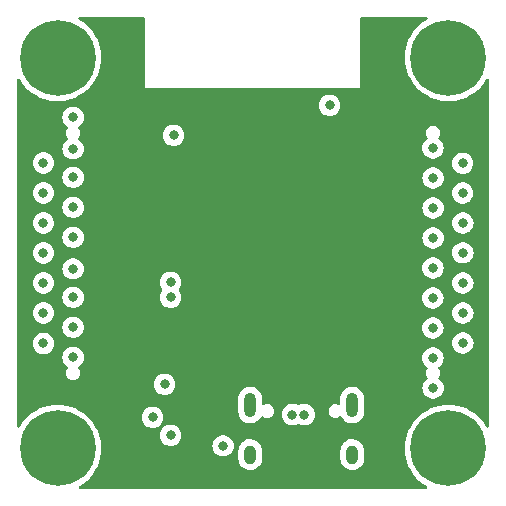
<source format=gbr>
%TF.GenerationSoftware,KiCad,Pcbnew,7.0.1*%
%TF.CreationDate,2023-09-07T21:54:10+09:00*%
%TF.ProjectId,CPU_ESP32S3WROOM,4350555f-4553-4503-9332-533357524f4f,rev?*%
%TF.SameCoordinates,Original*%
%TF.FileFunction,Copper,L2,Inr*%
%TF.FilePolarity,Positive*%
%FSLAX46Y46*%
G04 Gerber Fmt 4.6, Leading zero omitted, Abs format (unit mm)*
G04 Created by KiCad (PCBNEW 7.0.1) date 2023-09-07 21:54:10*
%MOMM*%
%LPD*%
G01*
G04 APERTURE LIST*
%TA.AperFunction,ComponentPad*%
%ADD10O,1.000000X2.100000*%
%TD*%
%TA.AperFunction,ComponentPad*%
%ADD11O,1.000000X1.600000*%
%TD*%
%TA.AperFunction,ComponentPad*%
%ADD12C,0.800000*%
%TD*%
%TA.AperFunction,ComponentPad*%
%ADD13C,6.400000*%
%TD*%
%TA.AperFunction,ViaPad*%
%ADD14C,0.800000*%
%TD*%
G04 APERTURE END LIST*
D10*
%TO.N,GND*%
%TO.C,J1*%
X144410000Y-110730000D03*
D11*
X144410000Y-114910000D03*
D10*
X153050000Y-110730000D03*
D11*
X153050000Y-114910000D03*
%TD*%
D12*
%TO.N,N/C*%
%TO.C,H2*%
X158795000Y-114400000D03*
X159497944Y-112702944D03*
X159497944Y-116097056D03*
X161195000Y-112000000D03*
D13*
X161195000Y-114400000D03*
D12*
X161195000Y-116800000D03*
X162892056Y-112702944D03*
X162892056Y-116097056D03*
X163595000Y-114400000D03*
%TD*%
%TO.N,N/C*%
%TO.C,H4*%
X125695000Y-114400000D03*
X126397944Y-112702944D03*
X126397944Y-116097056D03*
X128095000Y-112000000D03*
D13*
X128095000Y-114400000D03*
D12*
X128095000Y-116800000D03*
X129792056Y-112702944D03*
X129792056Y-116097056D03*
X130495000Y-114400000D03*
%TD*%
%TO.N,N/C*%
%TO.C,H3*%
X125695000Y-81300000D03*
X126397944Y-79602944D03*
X126397944Y-82997056D03*
X128095000Y-78900000D03*
D13*
X128095000Y-81300000D03*
D12*
X128095000Y-83700000D03*
X129792056Y-79602944D03*
X129792056Y-82997056D03*
X130495000Y-81300000D03*
%TD*%
%TO.N,N/C*%
%TO.C,H1*%
X158795000Y-81300000D03*
X159497944Y-79602944D03*
X159497944Y-82997056D03*
X161195000Y-78900000D03*
D13*
X161195000Y-81300000D03*
D12*
X161195000Y-83700000D03*
X162892056Y-79602944D03*
X162892056Y-82997056D03*
X163595000Y-81300000D03*
%TD*%
D14*
%TO.N,GND*%
X151130000Y-85344000D03*
X137668000Y-113284000D03*
%TO.N,+5V*%
X136144000Y-111760000D03*
%TO.N,/EN*%
X137160000Y-108966000D03*
X137922000Y-87884000D03*
%TO.N,/D_+*%
X137668000Y-101600000D03*
%TO.N,/D_-*%
X137668000Y-100330000D03*
%TO.N,+3V3*%
X137922000Y-86614000D03*
%TO.N,/D_+*%
X148979503Y-111530000D03*
%TO.N,/D_-*%
X147980000Y-111530000D03*
%TO.N,GND*%
X159880000Y-88960000D03*
%TO.N,+3V3*%
X159880000Y-86420000D03*
%TO.N,/IO1*%
X162400000Y-90250000D03*
%TO.N,/TXD0*%
X162400000Y-92760000D03*
%TO.N,/IO42*%
X162410000Y-95310000D03*
%TO.N,/IO39*%
X162410000Y-97830000D03*
%TO.N,/IO37*%
X162410000Y-100390000D03*
%TO.N,/IO35*%
X162410000Y-102920000D03*
%TO.N,/IO45*%
X162410000Y-105470000D03*
%TO.N,+5V*%
X159890000Y-109280000D03*
%TO.N,/IO48*%
X159880000Y-106730000D03*
%TO.N,/IO0*%
X159870000Y-104200000D03*
%TO.N,/IO36*%
X159870000Y-101660000D03*
%TO.N,/IO38*%
X159880000Y-99120000D03*
%TO.N,/IO41*%
X159890000Y-96580000D03*
%TO.N,/RXD0*%
X159890000Y-94040000D03*
%TO.N,/IO2*%
X159890000Y-91500000D03*
%TO.N,+3V3*%
X139827000Y-114173000D03*
X129413000Y-109474000D03*
%TO.N,GND*%
X129413000Y-106680000D03*
%TO.N,+5V*%
X142113000Y-114173000D03*
X129413000Y-86360000D03*
%TO.N,/IO6*%
X126898400Y-92760800D03*
%TO.N,/IO7*%
X129413000Y-93980000D03*
%TO.N,/IO8*%
X126898400Y-100380800D03*
%TO.N,/IO3*%
X129413000Y-101600000D03*
%TO.N,/IO46*%
X126898400Y-102920800D03*
%TO.N,/IO9*%
X129413000Y-104140000D03*
%TO.N,/IO10*%
X126898400Y-105511600D03*
%TO.N,/EN*%
X129413000Y-89027000D03*
%TO.N,/IO18*%
X129413000Y-99187000D03*
%TO.N,/IO17*%
X126898400Y-97840800D03*
%TO.N,/IO5*%
X129413000Y-91440000D03*
%TO.N,/IO4*%
X126898400Y-90220800D03*
%TO.N,/IO16*%
X129413000Y-96520000D03*
%TO.N,/IO15*%
X126898400Y-95300800D03*
%TD*%
%TA.AperFunction,Conductor*%
%TO.N,+3V3*%
G36*
X135458000Y-77867113D02*
G01*
X135503387Y-77912500D01*
X135520000Y-77974500D01*
X135520000Y-83890000D01*
X153720000Y-83890000D01*
X153720000Y-77974500D01*
X153736613Y-77912500D01*
X153782000Y-77867113D01*
X153844000Y-77850500D01*
X159297476Y-77850500D01*
X159360597Y-77867768D01*
X159406138Y-77914763D01*
X159421415Y-77978396D01*
X159402172Y-78040944D01*
X159353769Y-78084985D01*
X159342213Y-78090872D01*
X159016919Y-78302121D01*
X158715480Y-78546222D01*
X158441222Y-78820480D01*
X158197121Y-79121919D01*
X157985876Y-79447206D01*
X157809785Y-79792806D01*
X157670785Y-80154913D01*
X157570396Y-80529570D01*
X157509722Y-80912659D01*
X157489422Y-81300000D01*
X157509722Y-81687340D01*
X157570396Y-82070429D01*
X157670785Y-82445086D01*
X157809785Y-82807193D01*
X157985876Y-83152793D01*
X158197121Y-83478080D01*
X158197124Y-83478084D01*
X158441219Y-83779516D01*
X158715484Y-84053781D01*
X159016916Y-84297876D01*
X159016918Y-84297877D01*
X159016919Y-84297878D01*
X159342206Y-84509123D01*
X159687806Y-84685214D01*
X160049913Y-84824214D01*
X160424570Y-84924603D01*
X160616114Y-84954939D01*
X160807662Y-84985278D01*
X161195000Y-85005578D01*
X161582338Y-84985278D01*
X161831686Y-84945785D01*
X161965429Y-84924603D01*
X161965433Y-84924602D01*
X162340087Y-84824214D01*
X162702194Y-84685214D01*
X163047789Y-84509125D01*
X163047788Y-84509125D01*
X163047793Y-84509123D01*
X163210436Y-84403500D01*
X163373084Y-84297876D01*
X163674516Y-84053781D01*
X163948781Y-83779516D01*
X164192876Y-83478084D01*
X164404125Y-83152789D01*
X164404127Y-83152786D01*
X164410015Y-83141231D01*
X164454056Y-83092828D01*
X164516604Y-83073585D01*
X164580237Y-83088862D01*
X164627232Y-83134403D01*
X164644500Y-83197524D01*
X164644500Y-112502476D01*
X164627232Y-112565597D01*
X164580237Y-112611138D01*
X164516604Y-112626415D01*
X164454056Y-112607172D01*
X164410015Y-112558769D01*
X164404127Y-112547213D01*
X164192878Y-112221919D01*
X164161270Y-112182886D01*
X163948781Y-111920484D01*
X163674516Y-111646219D01*
X163373084Y-111402124D01*
X163373082Y-111402123D01*
X163373080Y-111402121D01*
X163047793Y-111190876D01*
X162702193Y-111014785D01*
X162340086Y-110875785D01*
X161965429Y-110775396D01*
X161582340Y-110714722D01*
X161195000Y-110694422D01*
X160807659Y-110714722D01*
X160424570Y-110775396D01*
X160049913Y-110875785D01*
X159687806Y-111014785D01*
X159342206Y-111190876D01*
X159016919Y-111402121D01*
X158715480Y-111646222D01*
X158441222Y-111920480D01*
X158197121Y-112221919D01*
X157985876Y-112547206D01*
X157809785Y-112892806D01*
X157670785Y-113254913D01*
X157570396Y-113629570D01*
X157509722Y-114012659D01*
X157489422Y-114399999D01*
X157509722Y-114787340D01*
X157570396Y-115170429D01*
X157670785Y-115545086D01*
X157809785Y-115907193D01*
X157985876Y-116252793D01*
X158197121Y-116578080D01*
X158197124Y-116578084D01*
X158441219Y-116879516D01*
X158715484Y-117153781D01*
X159016916Y-117397876D01*
X159016918Y-117397877D01*
X159016919Y-117397878D01*
X159342213Y-117609127D01*
X159353769Y-117615015D01*
X159402172Y-117659056D01*
X159421415Y-117721604D01*
X159406138Y-117785237D01*
X159360597Y-117832232D01*
X159297476Y-117849500D01*
X129992524Y-117849500D01*
X129929403Y-117832232D01*
X129883862Y-117785237D01*
X129868585Y-117721604D01*
X129887828Y-117659056D01*
X129936231Y-117615015D01*
X129947786Y-117609127D01*
X129973721Y-117592284D01*
X130273084Y-117397876D01*
X130574516Y-117153781D01*
X130848781Y-116879516D01*
X131092876Y-116578084D01*
X131198500Y-116415436D01*
X131304123Y-116252793D01*
X131430251Y-116005252D01*
X131480214Y-115907194D01*
X131619214Y-115545087D01*
X131695404Y-115260740D01*
X143409500Y-115260740D01*
X143424926Y-115412440D01*
X143455868Y-115511058D01*
X143485841Y-115606588D01*
X143584591Y-115784502D01*
X143717134Y-115938895D01*
X143878042Y-116063448D01*
X144060729Y-116153060D01*
X144257715Y-116204063D01*
X144460936Y-116214369D01*
X144460936Y-116214368D01*
X144460937Y-116214369D01*
X144662071Y-116183556D01*
X144744413Y-116153060D01*
X144852887Y-116112886D01*
X145025571Y-116005252D01*
X145173053Y-115865059D01*
X145289295Y-115698049D01*
X145369540Y-115511058D01*
X145410500Y-115311741D01*
X145410500Y-115260740D01*
X152049500Y-115260740D01*
X152064926Y-115412440D01*
X152095868Y-115511058D01*
X152125841Y-115606588D01*
X152224591Y-115784502D01*
X152357134Y-115938895D01*
X152518042Y-116063448D01*
X152700729Y-116153060D01*
X152897715Y-116204063D01*
X153100936Y-116214369D01*
X153100936Y-116214368D01*
X153100937Y-116214369D01*
X153302071Y-116183556D01*
X153384413Y-116153060D01*
X153492887Y-116112886D01*
X153665571Y-116005252D01*
X153813053Y-115865059D01*
X153929295Y-115698049D01*
X154009540Y-115511058D01*
X154050500Y-115311741D01*
X154050500Y-114559258D01*
X154035074Y-114407562D01*
X153974159Y-114213412D01*
X153875409Y-114035498D01*
X153742866Y-113881105D01*
X153581958Y-113756552D01*
X153581957Y-113756551D01*
X153399272Y-113666940D01*
X153298246Y-113640783D01*
X153202285Y-113615937D01*
X153181670Y-113614891D01*
X152999062Y-113605630D01*
X152797928Y-113636443D01*
X152607113Y-113707113D01*
X152434431Y-113814745D01*
X152364623Y-113881104D01*
X152286947Y-113954941D01*
X152266205Y-113984742D01*
X152170705Y-114121950D01*
X152131455Y-114213412D01*
X152090460Y-114308942D01*
X152070194Y-114407562D01*
X152049500Y-114508261D01*
X152049500Y-115260740D01*
X145410500Y-115260740D01*
X145410500Y-114559258D01*
X145395074Y-114407562D01*
X145334159Y-114213412D01*
X145235409Y-114035498D01*
X145102866Y-113881105D01*
X144941958Y-113756552D01*
X144941957Y-113756551D01*
X144759272Y-113666940D01*
X144658246Y-113640783D01*
X144562285Y-113615937D01*
X144541670Y-113614891D01*
X144359062Y-113605630D01*
X144157928Y-113636443D01*
X143967113Y-113707113D01*
X143794431Y-113814745D01*
X143724623Y-113881104D01*
X143646947Y-113954941D01*
X143626205Y-113984742D01*
X143530705Y-114121950D01*
X143491455Y-114213412D01*
X143450460Y-114308942D01*
X143430194Y-114407562D01*
X143409500Y-114508261D01*
X143409500Y-115260740D01*
X131695404Y-115260740D01*
X131719602Y-115170433D01*
X131780278Y-114787338D01*
X131800578Y-114400000D01*
X131780278Y-114012662D01*
X131747343Y-113804715D01*
X131719603Y-113629570D01*
X131627008Y-113284000D01*
X136762540Y-113284000D01*
X136782326Y-113472257D01*
X136840820Y-113652284D01*
X136935466Y-113816216D01*
X137062129Y-113956889D01*
X137215269Y-114068151D01*
X137388197Y-114145144D01*
X137573352Y-114184500D01*
X137573354Y-114184500D01*
X137762646Y-114184500D01*
X137762648Y-114184500D01*
X137816749Y-114173000D01*
X141207540Y-114173000D01*
X141227326Y-114361257D01*
X141285820Y-114541284D01*
X141380466Y-114705216D01*
X141507129Y-114845889D01*
X141660269Y-114957151D01*
X141833197Y-115034144D01*
X142018352Y-115073500D01*
X142018354Y-115073500D01*
X142207646Y-115073500D01*
X142207648Y-115073500D01*
X142331084Y-115047262D01*
X142392803Y-115034144D01*
X142565730Y-114957151D01*
X142718871Y-114845888D01*
X142845533Y-114705216D01*
X142940179Y-114541284D01*
X142998674Y-114361256D01*
X143018460Y-114173000D01*
X142998674Y-113984744D01*
X142940179Y-113804716D01*
X142940179Y-113804715D01*
X142845533Y-113640783D01*
X142718870Y-113500110D01*
X142565730Y-113388848D01*
X142392802Y-113311855D01*
X142207648Y-113272500D01*
X142207646Y-113272500D01*
X142018354Y-113272500D01*
X142018352Y-113272500D01*
X141833197Y-113311855D01*
X141660269Y-113388848D01*
X141507129Y-113500110D01*
X141380466Y-113640783D01*
X141285820Y-113804715D01*
X141227326Y-113984742D01*
X141207540Y-114173000D01*
X137816749Y-114173000D01*
X137886084Y-114158262D01*
X137947803Y-114145144D01*
X138120730Y-114068151D01*
X138120730Y-114068150D01*
X138273870Y-113956889D01*
X138342107Y-113881105D01*
X138400533Y-113816216D01*
X138495179Y-113652284D01*
X138553674Y-113472256D01*
X138573460Y-113284000D01*
X138553674Y-113095744D01*
X138495179Y-112915716D01*
X138495179Y-112915715D01*
X138400533Y-112751783D01*
X138273870Y-112611110D01*
X138120730Y-112499848D01*
X137947802Y-112422855D01*
X137762648Y-112383500D01*
X137762646Y-112383500D01*
X137573354Y-112383500D01*
X137573352Y-112383500D01*
X137388197Y-112422855D01*
X137215269Y-112499848D01*
X137062129Y-112611110D01*
X136935466Y-112751783D01*
X136840820Y-112915715D01*
X136782326Y-113095742D01*
X136762540Y-113284000D01*
X131627008Y-113284000D01*
X131619214Y-113254913D01*
X131480214Y-112892806D01*
X131304123Y-112547206D01*
X131092878Y-112221919D01*
X131061270Y-112182886D01*
X130848781Y-111920484D01*
X130688296Y-111759999D01*
X135238540Y-111759999D01*
X135258326Y-111948257D01*
X135316820Y-112128284D01*
X135411466Y-112292216D01*
X135538129Y-112432889D01*
X135691269Y-112544151D01*
X135864197Y-112621144D01*
X136049352Y-112660500D01*
X136049354Y-112660500D01*
X136238646Y-112660500D01*
X136238648Y-112660500D01*
X136362083Y-112634262D01*
X136423803Y-112621144D01*
X136596730Y-112544151D01*
X136749871Y-112432888D01*
X136876533Y-112292216D01*
X136971179Y-112128284D01*
X137029674Y-111948256D01*
X137049460Y-111760000D01*
X137029674Y-111571744D01*
X136971179Y-111391716D01*
X136971179Y-111391715D01*
X136935975Y-111330740D01*
X143409500Y-111330740D01*
X143424926Y-111482440D01*
X143450109Y-111562703D01*
X143485841Y-111676588D01*
X143584591Y-111854502D01*
X143717134Y-112008895D01*
X143878042Y-112133448D01*
X144060729Y-112223060D01*
X144257715Y-112274063D01*
X144460936Y-112284369D01*
X144460936Y-112284368D01*
X144460937Y-112284369D01*
X144662071Y-112253556D01*
X144744413Y-112223060D01*
X144852887Y-112182886D01*
X145025571Y-112075252D01*
X145173053Y-111935059D01*
X145289295Y-111768049D01*
X145302331Y-111737669D01*
X145335412Y-111692570D01*
X145384947Y-111666594D01*
X145440858Y-111665030D01*
X145491767Y-111688193D01*
X145549767Y-111732698D01*
X145689763Y-111790686D01*
X145689764Y-111790687D01*
X145802279Y-111805500D01*
X145802280Y-111805500D01*
X145877720Y-111805500D01*
X145877721Y-111805500D01*
X145933977Y-111798093D01*
X145990236Y-111790687D01*
X146130233Y-111732698D01*
X146250451Y-111640451D01*
X146335204Y-111529999D01*
X147074540Y-111529999D01*
X147094326Y-111718257D01*
X147152820Y-111898284D01*
X147247466Y-112062216D01*
X147374129Y-112202889D01*
X147527269Y-112314151D01*
X147700197Y-112391144D01*
X147885352Y-112430500D01*
X147885354Y-112430500D01*
X148074646Y-112430500D01*
X148074648Y-112430500D01*
X148259800Y-112391145D01*
X148259801Y-112391144D01*
X148259803Y-112391144D01*
X148429318Y-112315669D01*
X148479750Y-112304950D01*
X148530186Y-112315671D01*
X148699700Y-112391144D01*
X148884855Y-112430500D01*
X148884857Y-112430500D01*
X149074149Y-112430500D01*
X149074151Y-112430500D01*
X149197586Y-112404262D01*
X149259306Y-112391144D01*
X149432233Y-112314151D01*
X149585374Y-112202888D01*
X149712036Y-112062216D01*
X149806682Y-111898284D01*
X149865177Y-111718256D01*
X149884963Y-111530000D01*
X149865177Y-111341744D01*
X149828869Y-111230000D01*
X151039533Y-111230000D01*
X151059312Y-111380235D01*
X151117301Y-111520231D01*
X151117302Y-111520233D01*
X151209549Y-111640451D01*
X151329767Y-111732698D01*
X151469763Y-111790686D01*
X151469764Y-111790687D01*
X151582279Y-111805500D01*
X151582280Y-111805500D01*
X151657720Y-111805500D01*
X151657721Y-111805500D01*
X151713977Y-111798093D01*
X151770236Y-111790687D01*
X151910233Y-111732698D01*
X151969176Y-111687468D01*
X152017015Y-111664966D01*
X152069880Y-111664435D01*
X152118161Y-111685974D01*
X152153081Y-111725666D01*
X152224591Y-111854502D01*
X152357134Y-112008895D01*
X152518042Y-112133448D01*
X152700729Y-112223060D01*
X152897715Y-112274063D01*
X153100936Y-112284369D01*
X153100936Y-112284368D01*
X153100937Y-112284369D01*
X153302071Y-112253556D01*
X153384413Y-112223060D01*
X153492887Y-112182886D01*
X153665571Y-112075252D01*
X153813053Y-111935059D01*
X153929295Y-111768049D01*
X154009540Y-111581058D01*
X154050500Y-111381741D01*
X154050500Y-110129258D01*
X154035074Y-109977562D01*
X153974159Y-109783412D01*
X153875409Y-109605498D01*
X153742866Y-109451105D01*
X153581958Y-109326552D01*
X153581957Y-109326551D01*
X153399272Y-109236940D01*
X153333609Y-109219939D01*
X153202285Y-109185937D01*
X153181670Y-109184891D01*
X152999062Y-109175630D01*
X152797928Y-109206443D01*
X152607113Y-109277113D01*
X152434431Y-109384745D01*
X152364623Y-109451104D01*
X152286947Y-109524941D01*
X152286946Y-109524943D01*
X152170705Y-109691950D01*
X152112688Y-109827144D01*
X152090460Y-109878942D01*
X152052400Y-110064151D01*
X152049500Y-110078261D01*
X152049500Y-110599409D01*
X152034858Y-110657862D01*
X151994391Y-110702511D01*
X151937654Y-110722812D01*
X151878047Y-110713970D01*
X151770235Y-110669312D01*
X151657721Y-110654500D01*
X151657720Y-110654500D01*
X151582280Y-110654500D01*
X151582279Y-110654500D01*
X151469764Y-110669312D01*
X151329768Y-110727301D01*
X151209549Y-110819549D01*
X151117301Y-110939768D01*
X151059312Y-111079764D01*
X151039533Y-111230000D01*
X149828869Y-111230000D01*
X149816157Y-111190876D01*
X149806682Y-111161715D01*
X149712036Y-110997783D01*
X149585373Y-110857110D01*
X149432233Y-110745848D01*
X149259305Y-110668855D01*
X149074151Y-110629500D01*
X149074149Y-110629500D01*
X148884857Y-110629500D01*
X148884855Y-110629500D01*
X148699700Y-110668855D01*
X148530187Y-110744328D01*
X148479751Y-110755049D01*
X148429315Y-110744328D01*
X148259802Y-110668855D01*
X148074648Y-110629500D01*
X148074646Y-110629500D01*
X147885354Y-110629500D01*
X147885352Y-110629500D01*
X147700197Y-110668855D01*
X147527269Y-110745848D01*
X147374129Y-110857110D01*
X147247466Y-110997783D01*
X147152820Y-111161715D01*
X147094326Y-111341742D01*
X147074540Y-111529999D01*
X146335204Y-111529999D01*
X146342698Y-111520233D01*
X146400687Y-111380236D01*
X146420466Y-111230000D01*
X146400687Y-111079764D01*
X146342698Y-110939767D01*
X146250451Y-110819549D01*
X146130233Y-110727302D01*
X146130231Y-110727301D01*
X145990235Y-110669312D01*
X145877721Y-110654500D01*
X145877720Y-110654500D01*
X145802280Y-110654500D01*
X145802279Y-110654500D01*
X145689764Y-110669312D01*
X145581953Y-110713970D01*
X145522346Y-110722812D01*
X145465609Y-110702511D01*
X145425142Y-110657862D01*
X145410500Y-110599409D01*
X145410500Y-110129260D01*
X145403879Y-110064151D01*
X145395074Y-109977562D01*
X145334159Y-109783412D01*
X145235409Y-109605498D01*
X145102866Y-109451105D01*
X144941958Y-109326552D01*
X144941957Y-109326551D01*
X144759272Y-109236940D01*
X144693609Y-109219939D01*
X144562285Y-109185937D01*
X144541670Y-109184891D01*
X144359062Y-109175630D01*
X144157928Y-109206443D01*
X143967113Y-109277113D01*
X143794431Y-109384745D01*
X143724623Y-109451104D01*
X143646947Y-109524941D01*
X143646946Y-109524943D01*
X143530705Y-109691950D01*
X143472688Y-109827144D01*
X143450460Y-109878942D01*
X143412400Y-110064151D01*
X143409500Y-110078261D01*
X143409500Y-111330740D01*
X136935975Y-111330740D01*
X136876533Y-111227783D01*
X136749870Y-111087110D01*
X136596730Y-110975848D01*
X136423802Y-110898855D01*
X136238648Y-110859500D01*
X136238646Y-110859500D01*
X136049354Y-110859500D01*
X136049352Y-110859500D01*
X135864197Y-110898855D01*
X135691269Y-110975848D01*
X135538129Y-111087110D01*
X135411466Y-111227783D01*
X135316820Y-111391715D01*
X135258326Y-111571742D01*
X135238540Y-111759999D01*
X130688296Y-111759999D01*
X130574516Y-111646219D01*
X130273084Y-111402124D01*
X130273082Y-111402123D01*
X130273080Y-111402121D01*
X129947793Y-111190876D01*
X129602193Y-111014785D01*
X129240086Y-110875785D01*
X128865429Y-110775396D01*
X128482340Y-110714722D01*
X128095000Y-110694422D01*
X127707659Y-110714722D01*
X127324570Y-110775396D01*
X126949913Y-110875785D01*
X126587806Y-111014785D01*
X126242206Y-111190876D01*
X125916919Y-111402121D01*
X125615480Y-111646222D01*
X125341222Y-111920480D01*
X125097121Y-112221919D01*
X124885872Y-112547213D01*
X124879985Y-112558769D01*
X124835944Y-112607172D01*
X124773396Y-112626415D01*
X124709763Y-112611138D01*
X124662768Y-112565597D01*
X124645500Y-112502476D01*
X124645500Y-108965999D01*
X136254540Y-108965999D01*
X136274326Y-109154257D01*
X136332820Y-109334284D01*
X136427466Y-109498216D01*
X136554129Y-109638889D01*
X136707269Y-109750151D01*
X136880197Y-109827144D01*
X137065352Y-109866500D01*
X137065354Y-109866500D01*
X137254646Y-109866500D01*
X137254648Y-109866500D01*
X137378084Y-109840262D01*
X137439803Y-109827144D01*
X137612730Y-109750151D01*
X137692837Y-109691950D01*
X137765870Y-109638889D01*
X137892533Y-109498216D01*
X137987179Y-109334284D01*
X138035380Y-109185937D01*
X138045674Y-109154256D01*
X138065460Y-108966000D01*
X138045674Y-108777744D01*
X137987179Y-108597716D01*
X137987179Y-108597715D01*
X137892533Y-108433783D01*
X137765870Y-108293110D01*
X137612730Y-108181848D01*
X137439802Y-108104855D01*
X137254648Y-108065500D01*
X137254646Y-108065500D01*
X137065354Y-108065500D01*
X137065352Y-108065500D01*
X136880197Y-108104855D01*
X136707269Y-108181848D01*
X136554129Y-108293110D01*
X136427466Y-108433783D01*
X136332820Y-108597715D01*
X136274326Y-108777742D01*
X136254540Y-108965999D01*
X124645500Y-108965999D01*
X124645500Y-106680000D01*
X128507540Y-106680000D01*
X128527326Y-106868257D01*
X128585820Y-107048284D01*
X128680466Y-107212216D01*
X128807129Y-107352889D01*
X128925771Y-107439087D01*
X128966601Y-107489960D01*
X128975962Y-107554516D01*
X128951262Y-107614891D01*
X128880463Y-107707159D01*
X128819956Y-107853237D01*
X128799317Y-108010000D01*
X128819956Y-108166762D01*
X128880463Y-108312840D01*
X128976717Y-108438282D01*
X129102159Y-108534536D01*
X129248238Y-108595044D01*
X129405000Y-108615682D01*
X129561762Y-108595044D01*
X129707841Y-108534536D01*
X129833282Y-108438282D01*
X129929536Y-108312841D01*
X129990044Y-108166762D01*
X130010682Y-108010000D01*
X129990044Y-107853238D01*
X129929536Y-107707159D01*
X129929535Y-107707158D01*
X129864464Y-107622354D01*
X129839764Y-107561979D01*
X129849125Y-107497422D01*
X129889951Y-107446552D01*
X130018871Y-107352888D01*
X130145533Y-107212216D01*
X130240179Y-107048284D01*
X130298674Y-106868256D01*
X130313205Y-106729999D01*
X158974540Y-106729999D01*
X158994326Y-106918257D01*
X159052820Y-107098284D01*
X159147466Y-107262216D01*
X159274129Y-107402889D01*
X159376485Y-107477254D01*
X159417315Y-107528127D01*
X159426676Y-107592683D01*
X159401976Y-107653058D01*
X159360463Y-107707159D01*
X159299956Y-107853237D01*
X159279317Y-108010000D01*
X159299956Y-108166762D01*
X159360462Y-108312838D01*
X159360463Y-108312840D01*
X159360464Y-108312841D01*
X159400630Y-108365186D01*
X159425329Y-108425559D01*
X159415969Y-108490116D01*
X159375139Y-108540989D01*
X159284127Y-108607112D01*
X159157466Y-108747783D01*
X159062820Y-108911715D01*
X159004326Y-109091742D01*
X158984540Y-109280000D01*
X159004326Y-109468257D01*
X159062820Y-109648284D01*
X159157466Y-109812216D01*
X159284129Y-109952889D01*
X159437269Y-110064151D01*
X159610197Y-110141144D01*
X159795352Y-110180500D01*
X159795354Y-110180500D01*
X159984646Y-110180500D01*
X159984648Y-110180500D01*
X160108084Y-110154262D01*
X160169803Y-110141144D01*
X160342730Y-110064151D01*
X160495871Y-109952888D01*
X160622533Y-109812216D01*
X160717179Y-109648284D01*
X160775674Y-109468256D01*
X160795460Y-109280000D01*
X160775674Y-109091744D01*
X160717179Y-108911716D01*
X160717179Y-108911715D01*
X160622533Y-108747783D01*
X160495870Y-108607111D01*
X160398441Y-108536325D01*
X160357611Y-108485452D01*
X160348250Y-108420895D01*
X160372949Y-108360522D01*
X160409536Y-108312841D01*
X160470044Y-108166762D01*
X160490682Y-108010000D01*
X160470044Y-107853238D01*
X160409536Y-107707159D01*
X160364444Y-107648393D01*
X160339744Y-107588018D01*
X160349105Y-107523461D01*
X160389932Y-107472591D01*
X160485871Y-107402888D01*
X160612533Y-107262216D01*
X160707179Y-107098284D01*
X160765674Y-106918256D01*
X160785460Y-106730000D01*
X160765674Y-106541744D01*
X160723550Y-106412100D01*
X160707179Y-106361715D01*
X160612533Y-106197783D01*
X160485870Y-106057110D01*
X160332730Y-105945848D01*
X160159802Y-105868855D01*
X159974648Y-105829500D01*
X159974646Y-105829500D01*
X159785354Y-105829500D01*
X159785352Y-105829500D01*
X159600197Y-105868855D01*
X159427269Y-105945848D01*
X159274129Y-106057110D01*
X159147466Y-106197783D01*
X159052820Y-106361715D01*
X158994326Y-106541742D01*
X158974540Y-106729999D01*
X130313205Y-106729999D01*
X130318460Y-106680000D01*
X130298674Y-106491744D01*
X130240179Y-106311716D01*
X130240179Y-106311715D01*
X130145533Y-106147783D01*
X130018870Y-106007110D01*
X129865730Y-105895848D01*
X129692802Y-105818855D01*
X129507648Y-105779500D01*
X129507646Y-105779500D01*
X129318354Y-105779500D01*
X129318352Y-105779500D01*
X129133197Y-105818855D01*
X128960269Y-105895848D01*
X128807129Y-106007110D01*
X128680466Y-106147783D01*
X128585820Y-106311715D01*
X128527326Y-106491742D01*
X128507540Y-106680000D01*
X124645500Y-106680000D01*
X124645500Y-105511600D01*
X125992940Y-105511600D01*
X126012726Y-105699857D01*
X126071220Y-105879884D01*
X126165866Y-106043816D01*
X126292529Y-106184489D01*
X126445669Y-106295751D01*
X126618597Y-106372744D01*
X126803752Y-106412100D01*
X126803754Y-106412100D01*
X126993046Y-106412100D01*
X126993048Y-106412100D01*
X127116484Y-106385862D01*
X127178203Y-106372744D01*
X127351130Y-106295751D01*
X127504271Y-106184488D01*
X127630933Y-106043816D01*
X127725579Y-105879884D01*
X127784074Y-105699856D01*
X127803860Y-105511600D01*
X127799488Y-105469999D01*
X161504540Y-105469999D01*
X161524326Y-105658257D01*
X161582820Y-105838284D01*
X161677466Y-106002216D01*
X161804129Y-106142889D01*
X161957269Y-106254151D01*
X162130197Y-106331144D01*
X162315352Y-106370500D01*
X162315354Y-106370500D01*
X162504646Y-106370500D01*
X162504648Y-106370500D01*
X162628083Y-106344262D01*
X162689803Y-106331144D01*
X162862730Y-106254151D01*
X162958612Y-106184489D01*
X163015870Y-106142889D01*
X163142533Y-106002216D01*
X163237179Y-105838284D01*
X163256279Y-105779500D01*
X163295674Y-105658256D01*
X163315460Y-105470000D01*
X163295674Y-105281744D01*
X163250696Y-105143316D01*
X163237179Y-105101715D01*
X163142533Y-104937783D01*
X163015870Y-104797110D01*
X162862730Y-104685848D01*
X162689802Y-104608855D01*
X162504648Y-104569500D01*
X162504646Y-104569500D01*
X162315354Y-104569500D01*
X162315352Y-104569500D01*
X162130197Y-104608855D01*
X161957269Y-104685848D01*
X161804129Y-104797110D01*
X161677466Y-104937783D01*
X161582820Y-105101715D01*
X161524326Y-105281742D01*
X161504540Y-105469999D01*
X127799488Y-105469999D01*
X127784074Y-105323344D01*
X127725579Y-105143316D01*
X127725579Y-105143315D01*
X127630933Y-104979383D01*
X127504270Y-104838710D01*
X127351130Y-104727448D01*
X127178202Y-104650455D01*
X126993048Y-104611100D01*
X126993046Y-104611100D01*
X126803754Y-104611100D01*
X126803752Y-104611100D01*
X126618597Y-104650455D01*
X126445669Y-104727448D01*
X126292529Y-104838710D01*
X126165866Y-104979383D01*
X126071220Y-105143315D01*
X126012726Y-105323342D01*
X125992940Y-105511600D01*
X124645500Y-105511600D01*
X124645500Y-104140000D01*
X128507540Y-104140000D01*
X128527326Y-104328257D01*
X128585820Y-104508284D01*
X128680466Y-104672216D01*
X128807129Y-104812889D01*
X128960269Y-104924151D01*
X129133197Y-105001144D01*
X129318352Y-105040500D01*
X129318354Y-105040500D01*
X129507646Y-105040500D01*
X129507648Y-105040500D01*
X129631083Y-105014262D01*
X129692803Y-105001144D01*
X129865730Y-104924151D01*
X129865730Y-104924150D01*
X130018870Y-104812889D01*
X130145533Y-104672216D01*
X130240179Y-104508284D01*
X130279178Y-104388257D01*
X130298674Y-104328256D01*
X130312154Y-104200000D01*
X158964540Y-104200000D01*
X158984326Y-104388257D01*
X159042820Y-104568284D01*
X159137466Y-104732216D01*
X159264129Y-104872889D01*
X159417269Y-104984151D01*
X159590197Y-105061144D01*
X159775352Y-105100500D01*
X159775354Y-105100500D01*
X159964646Y-105100500D01*
X159964648Y-105100500D01*
X160088083Y-105074262D01*
X160149803Y-105061144D01*
X160322730Y-104984151D01*
X160475871Y-104872888D01*
X160602533Y-104732216D01*
X160697179Y-104568284D01*
X160755674Y-104388256D01*
X160775460Y-104200000D01*
X160755674Y-104011744D01*
X160697179Y-103831716D01*
X160697179Y-103831715D01*
X160602533Y-103667783D01*
X160475870Y-103527110D01*
X160322730Y-103415848D01*
X160149802Y-103338855D01*
X159964648Y-103299500D01*
X159964646Y-103299500D01*
X159775354Y-103299500D01*
X159775352Y-103299500D01*
X159590197Y-103338855D01*
X159417269Y-103415848D01*
X159264129Y-103527110D01*
X159137466Y-103667783D01*
X159042820Y-103831715D01*
X158984326Y-104011742D01*
X158964540Y-104200000D01*
X130312154Y-104200000D01*
X130318460Y-104140000D01*
X130298674Y-103951744D01*
X130256030Y-103820500D01*
X130240179Y-103771715D01*
X130145533Y-103607783D01*
X130018870Y-103467110D01*
X129865730Y-103355848D01*
X129692802Y-103278855D01*
X129507648Y-103239500D01*
X129507646Y-103239500D01*
X129318354Y-103239500D01*
X129318352Y-103239500D01*
X129133197Y-103278855D01*
X128960269Y-103355848D01*
X128807129Y-103467110D01*
X128680466Y-103607783D01*
X128585820Y-103771715D01*
X128527326Y-103951742D01*
X128507540Y-104140000D01*
X124645500Y-104140000D01*
X124645500Y-102920799D01*
X125992940Y-102920799D01*
X126012726Y-103109057D01*
X126071220Y-103289084D01*
X126165866Y-103453016D01*
X126292529Y-103593689D01*
X126445669Y-103704951D01*
X126618597Y-103781944D01*
X126803752Y-103821300D01*
X126803754Y-103821300D01*
X126993046Y-103821300D01*
X126993048Y-103821300D01*
X127116484Y-103795062D01*
X127178203Y-103781944D01*
X127351130Y-103704951D01*
X127402288Y-103667783D01*
X127504270Y-103593689D01*
X127630933Y-103453016D01*
X127725579Y-103289084D01*
X127741690Y-103239500D01*
X127784074Y-103109056D01*
X127803860Y-102920800D01*
X127803776Y-102920000D01*
X161504540Y-102920000D01*
X161524326Y-103108257D01*
X161582820Y-103288284D01*
X161677466Y-103452216D01*
X161804129Y-103592889D01*
X161957269Y-103704151D01*
X162130197Y-103781144D01*
X162315352Y-103820500D01*
X162315354Y-103820500D01*
X162504646Y-103820500D01*
X162504648Y-103820500D01*
X162628083Y-103794262D01*
X162689803Y-103781144D01*
X162862730Y-103704151D01*
X162912785Y-103667784D01*
X163015870Y-103592889D01*
X163142533Y-103452216D01*
X163237179Y-103288284D01*
X163253030Y-103239500D01*
X163295674Y-103108256D01*
X163315460Y-102920000D01*
X163295674Y-102731744D01*
X163237179Y-102551716D01*
X163237179Y-102551715D01*
X163142533Y-102387783D01*
X163015870Y-102247110D01*
X162862730Y-102135848D01*
X162689802Y-102058855D01*
X162504648Y-102019500D01*
X162504646Y-102019500D01*
X162315354Y-102019500D01*
X162315352Y-102019500D01*
X162130197Y-102058855D01*
X161957269Y-102135848D01*
X161804129Y-102247110D01*
X161677466Y-102387783D01*
X161582820Y-102551715D01*
X161524326Y-102731742D01*
X161504540Y-102920000D01*
X127803776Y-102920000D01*
X127784074Y-102732544D01*
X127725579Y-102552516D01*
X127725579Y-102552515D01*
X127630933Y-102388583D01*
X127504270Y-102247910D01*
X127351130Y-102136648D01*
X127178202Y-102059655D01*
X126993048Y-102020300D01*
X126993046Y-102020300D01*
X126803754Y-102020300D01*
X126803752Y-102020300D01*
X126618597Y-102059655D01*
X126445669Y-102136648D01*
X126292529Y-102247910D01*
X126165866Y-102388583D01*
X126071220Y-102552515D01*
X126012726Y-102732542D01*
X125992940Y-102920799D01*
X124645500Y-102920799D01*
X124645500Y-101599999D01*
X128507540Y-101599999D01*
X128527326Y-101788257D01*
X128585820Y-101968284D01*
X128680466Y-102132216D01*
X128807129Y-102272889D01*
X128960269Y-102384151D01*
X129133197Y-102461144D01*
X129318352Y-102500500D01*
X129318354Y-102500500D01*
X129507646Y-102500500D01*
X129507648Y-102500500D01*
X129631083Y-102474262D01*
X129692803Y-102461144D01*
X129865730Y-102384151D01*
X129865730Y-102384150D01*
X130018870Y-102272889D01*
X130041360Y-102247912D01*
X130145533Y-102132216D01*
X130240179Y-101968284D01*
X130298674Y-101788256D01*
X130318460Y-101600000D01*
X130318460Y-101599999D01*
X136762540Y-101599999D01*
X136782326Y-101788257D01*
X136840820Y-101968284D01*
X136935466Y-102132216D01*
X137062129Y-102272889D01*
X137215269Y-102384151D01*
X137388197Y-102461144D01*
X137573352Y-102500500D01*
X137573354Y-102500500D01*
X137762646Y-102500500D01*
X137762648Y-102500500D01*
X137886083Y-102474262D01*
X137947803Y-102461144D01*
X138120730Y-102384151D01*
X138120730Y-102384150D01*
X138273870Y-102272889D01*
X138296360Y-102247912D01*
X138400533Y-102132216D01*
X138495179Y-101968284D01*
X138553674Y-101788256D01*
X138567154Y-101660000D01*
X158964540Y-101660000D01*
X158984326Y-101848257D01*
X159042820Y-102028284D01*
X159137466Y-102192216D01*
X159264129Y-102332889D01*
X159417269Y-102444151D01*
X159590197Y-102521144D01*
X159775352Y-102560500D01*
X159775354Y-102560500D01*
X159964646Y-102560500D01*
X159964648Y-102560500D01*
X160088083Y-102534262D01*
X160149803Y-102521144D01*
X160322730Y-102444151D01*
X160475871Y-102332888D01*
X160602533Y-102192216D01*
X160697179Y-102028284D01*
X160755674Y-101848256D01*
X160775460Y-101660000D01*
X160755674Y-101471744D01*
X160697179Y-101291716D01*
X160697179Y-101291715D01*
X160602533Y-101127783D01*
X160475870Y-100987110D01*
X160322730Y-100875848D01*
X160149802Y-100798855D01*
X159964648Y-100759500D01*
X159964646Y-100759500D01*
X159775354Y-100759500D01*
X159775352Y-100759500D01*
X159590197Y-100798855D01*
X159417269Y-100875848D01*
X159264129Y-100987110D01*
X159137466Y-101127783D01*
X159042820Y-101291715D01*
X158984326Y-101471742D01*
X158964540Y-101660000D01*
X138567154Y-101660000D01*
X138573460Y-101600000D01*
X138553674Y-101411744D01*
X138501492Y-101251144D01*
X138495179Y-101231715D01*
X138400535Y-101067787D01*
X138400534Y-101067786D01*
X138400533Y-101067784D01*
X138382693Y-101047971D01*
X138354527Y-100994999D01*
X138354527Y-100935001D01*
X138382693Y-100882028D01*
X138400533Y-100862216D01*
X138495179Y-100698284D01*
X138553674Y-100518256D01*
X138567154Y-100390000D01*
X161504540Y-100390000D01*
X161524326Y-100578257D01*
X161582820Y-100758284D01*
X161677466Y-100922216D01*
X161804129Y-101062889D01*
X161957269Y-101174151D01*
X162130197Y-101251144D01*
X162315352Y-101290500D01*
X162315354Y-101290500D01*
X162504646Y-101290500D01*
X162504648Y-101290500D01*
X162628084Y-101264262D01*
X162689803Y-101251144D01*
X162862730Y-101174151D01*
X163009128Y-101067787D01*
X163015870Y-101062889D01*
X163142533Y-100922216D01*
X163237179Y-100758284D01*
X163256674Y-100698284D01*
X163295674Y-100578256D01*
X163315460Y-100390000D01*
X163295674Y-100201744D01*
X163237179Y-100021716D01*
X163237179Y-100021715D01*
X163142533Y-99857783D01*
X163015870Y-99717110D01*
X162862730Y-99605848D01*
X162689802Y-99528855D01*
X162504648Y-99489500D01*
X162504646Y-99489500D01*
X162315354Y-99489500D01*
X162315352Y-99489500D01*
X162130197Y-99528855D01*
X161957269Y-99605848D01*
X161804129Y-99717110D01*
X161677466Y-99857783D01*
X161582820Y-100021715D01*
X161524326Y-100201742D01*
X161504540Y-100390000D01*
X138567154Y-100390000D01*
X138573460Y-100330000D01*
X138553674Y-100141744D01*
X138495179Y-99961716D01*
X138495179Y-99961715D01*
X138400533Y-99797783D01*
X138273870Y-99657110D01*
X138120730Y-99545848D01*
X137947802Y-99468855D01*
X137762648Y-99429500D01*
X137762646Y-99429500D01*
X137573354Y-99429500D01*
X137573352Y-99429500D01*
X137388197Y-99468855D01*
X137215269Y-99545848D01*
X137062129Y-99657110D01*
X136935466Y-99797783D01*
X136840820Y-99961715D01*
X136782326Y-100141742D01*
X136762540Y-100329999D01*
X136782326Y-100518257D01*
X136840820Y-100698284D01*
X136935466Y-100862215D01*
X136953304Y-100882026D01*
X136981471Y-100934999D01*
X136981472Y-100994995D01*
X136953307Y-101047969D01*
X136935466Y-101067783D01*
X136840820Y-101231715D01*
X136782326Y-101411742D01*
X136762540Y-101599999D01*
X130318460Y-101599999D01*
X130298674Y-101411744D01*
X130246492Y-101251144D01*
X130240179Y-101231715D01*
X130145533Y-101067783D01*
X130018870Y-100927110D01*
X129865730Y-100815848D01*
X129692802Y-100738855D01*
X129507648Y-100699500D01*
X129507646Y-100699500D01*
X129318354Y-100699500D01*
X129318352Y-100699500D01*
X129133197Y-100738855D01*
X128960269Y-100815848D01*
X128807129Y-100927110D01*
X128680466Y-101067783D01*
X128585820Y-101231715D01*
X128527326Y-101411742D01*
X128507540Y-101599999D01*
X124645500Y-101599999D01*
X124645500Y-100380800D01*
X125992940Y-100380800D01*
X126012726Y-100569057D01*
X126071220Y-100749084D01*
X126165866Y-100913016D01*
X126292529Y-101053689D01*
X126445669Y-101164951D01*
X126618597Y-101241944D01*
X126803752Y-101281300D01*
X126803754Y-101281300D01*
X126993046Y-101281300D01*
X126993048Y-101281300D01*
X127134920Y-101251144D01*
X127178203Y-101241944D01*
X127351130Y-101164951D01*
X127402288Y-101127783D01*
X127504270Y-101053689D01*
X127630933Y-100913016D01*
X127725579Y-100749084D01*
X127781084Y-100578257D01*
X127784074Y-100569056D01*
X127803860Y-100380800D01*
X127784074Y-100192544D01*
X127749943Y-100087500D01*
X127725579Y-100012515D01*
X127630933Y-99848583D01*
X127504270Y-99707910D01*
X127351130Y-99596648D01*
X127178202Y-99519655D01*
X126993048Y-99480300D01*
X126993046Y-99480300D01*
X126803754Y-99480300D01*
X126803752Y-99480300D01*
X126618597Y-99519655D01*
X126445669Y-99596648D01*
X126292529Y-99707910D01*
X126165866Y-99848583D01*
X126071220Y-100012515D01*
X126012726Y-100192542D01*
X125992940Y-100380800D01*
X124645500Y-100380800D01*
X124645500Y-99187000D01*
X128507540Y-99187000D01*
X128527326Y-99375257D01*
X128585820Y-99555284D01*
X128680466Y-99719216D01*
X128807129Y-99859889D01*
X128960269Y-99971151D01*
X129133197Y-100048144D01*
X129318352Y-100087500D01*
X129318354Y-100087500D01*
X129507646Y-100087500D01*
X129507648Y-100087500D01*
X129631084Y-100061262D01*
X129692803Y-100048144D01*
X129865730Y-99971151D01*
X130018871Y-99859888D01*
X130145533Y-99719216D01*
X130240179Y-99555284D01*
X130298674Y-99375256D01*
X130318460Y-99187000D01*
X130311418Y-99119999D01*
X158974540Y-99119999D01*
X158994326Y-99308257D01*
X159052820Y-99488284D01*
X159147466Y-99652216D01*
X159274129Y-99792889D01*
X159427269Y-99904151D01*
X159600197Y-99981144D01*
X159785352Y-100020500D01*
X159785354Y-100020500D01*
X159974646Y-100020500D01*
X159974648Y-100020500D01*
X160098083Y-99994262D01*
X160159803Y-99981144D01*
X160332730Y-99904151D01*
X160409213Y-99848583D01*
X160485870Y-99792889D01*
X160612533Y-99652216D01*
X160707179Y-99488284D01*
X160726279Y-99429500D01*
X160765674Y-99308256D01*
X160785460Y-99120000D01*
X160765674Y-98931744D01*
X160728949Y-98818716D01*
X160707179Y-98751715D01*
X160612533Y-98587783D01*
X160485870Y-98447110D01*
X160332730Y-98335848D01*
X160159802Y-98258855D01*
X159974648Y-98219500D01*
X159974646Y-98219500D01*
X159785354Y-98219500D01*
X159785352Y-98219500D01*
X159600197Y-98258855D01*
X159427269Y-98335848D01*
X159274129Y-98447110D01*
X159147466Y-98587783D01*
X159052820Y-98751715D01*
X158994326Y-98931742D01*
X158974540Y-99119999D01*
X130311418Y-99119999D01*
X130298674Y-98998744D01*
X130240179Y-98818716D01*
X130240179Y-98818715D01*
X130145533Y-98654783D01*
X130018870Y-98514110D01*
X129865730Y-98402848D01*
X129692802Y-98325855D01*
X129507648Y-98286500D01*
X129507646Y-98286500D01*
X129318354Y-98286500D01*
X129318352Y-98286500D01*
X129133197Y-98325855D01*
X128960269Y-98402848D01*
X128807129Y-98514110D01*
X128680466Y-98654783D01*
X128585820Y-98818715D01*
X128527326Y-98998742D01*
X128507540Y-99187000D01*
X124645500Y-99187000D01*
X124645500Y-97840800D01*
X125992940Y-97840800D01*
X126012726Y-98029057D01*
X126071220Y-98209084D01*
X126165866Y-98373016D01*
X126292529Y-98513689D01*
X126445669Y-98624951D01*
X126618597Y-98701944D01*
X126803752Y-98741300D01*
X126803754Y-98741300D01*
X126993046Y-98741300D01*
X126993048Y-98741300D01*
X127116484Y-98715062D01*
X127178203Y-98701944D01*
X127351130Y-98624951D01*
X127402288Y-98587783D01*
X127504270Y-98513689D01*
X127630933Y-98373016D01*
X127725579Y-98209084D01*
X127729088Y-98198284D01*
X127784074Y-98029056D01*
X127803860Y-97840800D01*
X127802725Y-97830000D01*
X161504540Y-97830000D01*
X161524326Y-98018257D01*
X161582820Y-98198284D01*
X161677466Y-98362216D01*
X161804129Y-98502889D01*
X161957269Y-98614151D01*
X162130197Y-98691144D01*
X162315352Y-98730500D01*
X162315354Y-98730500D01*
X162504646Y-98730500D01*
X162504648Y-98730500D01*
X162628084Y-98704262D01*
X162689803Y-98691144D01*
X162862730Y-98614151D01*
X162899023Y-98587783D01*
X163015870Y-98502889D01*
X163142533Y-98362216D01*
X163237179Y-98198284D01*
X163237178Y-98198284D01*
X163295674Y-98018256D01*
X163315460Y-97830000D01*
X163295674Y-97641744D01*
X163265332Y-97548363D01*
X163237179Y-97461715D01*
X163142533Y-97297783D01*
X163015870Y-97157110D01*
X162862730Y-97045848D01*
X162689802Y-96968855D01*
X162504648Y-96929500D01*
X162504646Y-96929500D01*
X162315354Y-96929500D01*
X162315352Y-96929500D01*
X162130197Y-96968855D01*
X161957269Y-97045848D01*
X161804129Y-97157110D01*
X161677466Y-97297783D01*
X161582820Y-97461715D01*
X161524326Y-97641742D01*
X161504540Y-97830000D01*
X127802725Y-97830000D01*
X127784074Y-97652544D01*
X127725579Y-97472516D01*
X127725579Y-97472515D01*
X127630933Y-97308583D01*
X127504270Y-97167910D01*
X127351130Y-97056648D01*
X127178202Y-96979655D01*
X126993048Y-96940300D01*
X126993046Y-96940300D01*
X126803754Y-96940300D01*
X126803752Y-96940300D01*
X126618597Y-96979655D01*
X126445669Y-97056648D01*
X126292529Y-97167910D01*
X126165866Y-97308583D01*
X126071220Y-97472515D01*
X126012726Y-97652542D01*
X125992940Y-97840800D01*
X124645500Y-97840800D01*
X124645500Y-96520000D01*
X128507540Y-96520000D01*
X128527326Y-96708257D01*
X128585820Y-96888284D01*
X128680466Y-97052216D01*
X128807129Y-97192889D01*
X128960269Y-97304151D01*
X129133197Y-97381144D01*
X129318352Y-97420500D01*
X129318354Y-97420500D01*
X129507646Y-97420500D01*
X129507648Y-97420500D01*
X129631083Y-97394262D01*
X129692803Y-97381144D01*
X129865730Y-97304151D01*
X129874495Y-97297783D01*
X130018870Y-97192889D01*
X130041360Y-97167912D01*
X130145533Y-97052216D01*
X130240179Y-96888284D01*
X130298674Y-96708256D01*
X130312154Y-96580000D01*
X158984540Y-96580000D01*
X159004326Y-96768257D01*
X159062820Y-96948284D01*
X159157466Y-97112216D01*
X159284129Y-97252889D01*
X159437269Y-97364151D01*
X159610197Y-97441144D01*
X159795352Y-97480500D01*
X159795354Y-97480500D01*
X159984646Y-97480500D01*
X159984648Y-97480500D01*
X160108084Y-97454262D01*
X160169803Y-97441144D01*
X160342730Y-97364151D01*
X160495871Y-97252888D01*
X160622533Y-97112216D01*
X160717179Y-96948284D01*
X160775674Y-96768256D01*
X160795460Y-96580000D01*
X160775674Y-96391744D01*
X160717179Y-96211716D01*
X160717179Y-96211715D01*
X160622533Y-96047783D01*
X160495870Y-95907110D01*
X160342730Y-95795848D01*
X160169802Y-95718855D01*
X159984648Y-95679500D01*
X159984646Y-95679500D01*
X159795354Y-95679500D01*
X159795352Y-95679500D01*
X159610197Y-95718855D01*
X159437269Y-95795848D01*
X159284129Y-95907110D01*
X159157466Y-96047783D01*
X159062820Y-96211715D01*
X159004326Y-96391742D01*
X158984540Y-96580000D01*
X130312154Y-96580000D01*
X130318460Y-96520000D01*
X130298674Y-96331744D01*
X130246492Y-96171144D01*
X130240179Y-96151715D01*
X130145533Y-95987783D01*
X130018870Y-95847110D01*
X129865730Y-95735848D01*
X129692802Y-95658855D01*
X129507648Y-95619500D01*
X129507646Y-95619500D01*
X129318354Y-95619500D01*
X129318352Y-95619500D01*
X129133197Y-95658855D01*
X128960269Y-95735848D01*
X128807129Y-95847110D01*
X128680466Y-95987783D01*
X128585820Y-96151715D01*
X128527326Y-96331742D01*
X128507540Y-96520000D01*
X124645500Y-96520000D01*
X124645500Y-95300800D01*
X125992940Y-95300800D01*
X126012726Y-95489057D01*
X126071220Y-95669084D01*
X126165866Y-95833016D01*
X126292529Y-95973689D01*
X126445669Y-96084951D01*
X126618597Y-96161944D01*
X126803752Y-96201300D01*
X126803754Y-96201300D01*
X126993046Y-96201300D01*
X126993048Y-96201300D01*
X127134920Y-96171144D01*
X127178203Y-96161944D01*
X127351130Y-96084951D01*
X127402288Y-96047783D01*
X127504270Y-95973689D01*
X127630933Y-95833016D01*
X127725579Y-95669084D01*
X127781084Y-95498257D01*
X127784074Y-95489056D01*
X127802893Y-95310000D01*
X161504540Y-95310000D01*
X161524326Y-95498257D01*
X161582820Y-95678284D01*
X161677466Y-95842216D01*
X161804129Y-95982889D01*
X161957269Y-96094151D01*
X162130197Y-96171144D01*
X162315352Y-96210500D01*
X162315354Y-96210500D01*
X162504646Y-96210500D01*
X162504648Y-96210500D01*
X162628084Y-96184262D01*
X162689803Y-96171144D01*
X162862730Y-96094151D01*
X162926550Y-96047783D01*
X163015870Y-95982889D01*
X163142533Y-95842216D01*
X163237179Y-95678284D01*
X163256279Y-95619500D01*
X163295674Y-95498256D01*
X163315460Y-95310000D01*
X163295674Y-95121744D01*
X163237179Y-94941716D01*
X163237179Y-94941715D01*
X163142533Y-94777783D01*
X163015870Y-94637110D01*
X162862730Y-94525848D01*
X162689802Y-94448855D01*
X162504648Y-94409500D01*
X162504646Y-94409500D01*
X162315354Y-94409500D01*
X162315352Y-94409500D01*
X162130197Y-94448855D01*
X161957269Y-94525848D01*
X161804129Y-94637110D01*
X161677466Y-94777783D01*
X161582820Y-94941715D01*
X161524326Y-95121742D01*
X161504540Y-95310000D01*
X127802893Y-95310000D01*
X127803860Y-95300800D01*
X127784074Y-95112544D01*
X127753732Y-95019163D01*
X127725579Y-94932515D01*
X127630933Y-94768583D01*
X127504270Y-94627910D01*
X127351130Y-94516648D01*
X127178202Y-94439655D01*
X126993048Y-94400300D01*
X126993046Y-94400300D01*
X126803754Y-94400300D01*
X126803752Y-94400300D01*
X126618597Y-94439655D01*
X126445669Y-94516648D01*
X126292529Y-94627910D01*
X126165866Y-94768583D01*
X126071220Y-94932515D01*
X126012726Y-95112542D01*
X125992940Y-95300800D01*
X124645500Y-95300800D01*
X124645500Y-93980000D01*
X128507540Y-93980000D01*
X128527326Y-94168257D01*
X128585820Y-94348284D01*
X128680466Y-94512216D01*
X128807129Y-94652889D01*
X128960269Y-94764151D01*
X129133197Y-94841144D01*
X129318352Y-94880500D01*
X129318354Y-94880500D01*
X129507646Y-94880500D01*
X129507648Y-94880500D01*
X129631083Y-94854262D01*
X129692803Y-94841144D01*
X129865730Y-94764151D01*
X129865729Y-94764151D01*
X130018870Y-94652889D01*
X130041360Y-94627912D01*
X130145533Y-94512216D01*
X130240179Y-94348284D01*
X130298674Y-94168256D01*
X130312154Y-94039999D01*
X158984540Y-94039999D01*
X159004326Y-94228257D01*
X159062820Y-94408284D01*
X159157466Y-94572216D01*
X159284129Y-94712889D01*
X159437269Y-94824151D01*
X159610197Y-94901144D01*
X159795352Y-94940500D01*
X159795354Y-94940500D01*
X159984646Y-94940500D01*
X159984648Y-94940500D01*
X160108084Y-94914262D01*
X160169803Y-94901144D01*
X160342730Y-94824151D01*
X160495871Y-94712888D01*
X160622533Y-94572216D01*
X160717179Y-94408284D01*
X160775674Y-94228256D01*
X160795460Y-94040000D01*
X160775674Y-93851744D01*
X160717179Y-93671716D01*
X160717179Y-93671715D01*
X160622533Y-93507783D01*
X160495870Y-93367110D01*
X160342730Y-93255848D01*
X160169802Y-93178855D01*
X159984648Y-93139500D01*
X159984646Y-93139500D01*
X159795354Y-93139500D01*
X159795352Y-93139500D01*
X159610197Y-93178855D01*
X159437269Y-93255848D01*
X159284129Y-93367110D01*
X159157466Y-93507783D01*
X159062820Y-93671715D01*
X159004326Y-93851742D01*
X158984540Y-94039999D01*
X130312154Y-94039999D01*
X130318460Y-93980000D01*
X130298674Y-93791744D01*
X130256030Y-93660500D01*
X130240179Y-93611715D01*
X130145533Y-93447783D01*
X130018870Y-93307110D01*
X129865730Y-93195848D01*
X129692802Y-93118855D01*
X129507648Y-93079500D01*
X129507646Y-93079500D01*
X129318354Y-93079500D01*
X129318352Y-93079500D01*
X129133197Y-93118855D01*
X128960269Y-93195848D01*
X128807129Y-93307110D01*
X128680466Y-93447783D01*
X128585820Y-93611715D01*
X128527326Y-93791742D01*
X128507540Y-93980000D01*
X124645500Y-93980000D01*
X124645500Y-92760799D01*
X125992940Y-92760799D01*
X126012726Y-92949057D01*
X126071220Y-93129084D01*
X126165866Y-93293016D01*
X126292529Y-93433689D01*
X126445669Y-93544951D01*
X126618597Y-93621944D01*
X126803752Y-93661300D01*
X126803754Y-93661300D01*
X126993046Y-93661300D01*
X126993048Y-93661300D01*
X127116483Y-93635062D01*
X127178203Y-93621944D01*
X127351130Y-93544951D01*
X127402288Y-93507783D01*
X127504270Y-93433689D01*
X127630933Y-93293016D01*
X127725579Y-93129084D01*
X127741690Y-93079500D01*
X127784074Y-92949056D01*
X127803860Y-92760800D01*
X127803776Y-92759999D01*
X161494540Y-92759999D01*
X161514326Y-92948257D01*
X161572820Y-93128284D01*
X161667466Y-93292216D01*
X161794129Y-93432889D01*
X161947269Y-93544151D01*
X162120197Y-93621144D01*
X162305352Y-93660500D01*
X162305354Y-93660500D01*
X162494646Y-93660500D01*
X162494648Y-93660500D01*
X162618084Y-93634262D01*
X162679803Y-93621144D01*
X162852730Y-93544151D01*
X162902785Y-93507784D01*
X163005870Y-93432889D01*
X163132533Y-93292216D01*
X163227179Y-93128284D01*
X163243030Y-93079500D01*
X163285674Y-92948256D01*
X163305460Y-92760000D01*
X163285674Y-92571744D01*
X163227179Y-92391716D01*
X163227179Y-92391715D01*
X163132533Y-92227783D01*
X163005870Y-92087110D01*
X162852730Y-91975848D01*
X162679802Y-91898855D01*
X162494648Y-91859500D01*
X162494646Y-91859500D01*
X162305354Y-91859500D01*
X162305352Y-91859500D01*
X162120197Y-91898855D01*
X161947269Y-91975848D01*
X161794129Y-92087110D01*
X161667466Y-92227783D01*
X161572820Y-92391715D01*
X161514326Y-92571742D01*
X161494540Y-92759999D01*
X127803776Y-92759999D01*
X127784074Y-92572544D01*
X127725579Y-92392516D01*
X127725579Y-92392515D01*
X127630933Y-92228583D01*
X127504270Y-92087910D01*
X127351130Y-91976648D01*
X127178202Y-91899655D01*
X126993048Y-91860300D01*
X126993046Y-91860300D01*
X126803754Y-91860300D01*
X126803752Y-91860300D01*
X126618597Y-91899655D01*
X126445669Y-91976648D01*
X126292529Y-92087910D01*
X126165866Y-92228583D01*
X126071220Y-92392515D01*
X126012726Y-92572542D01*
X125992940Y-92760799D01*
X124645500Y-92760799D01*
X124645500Y-91439999D01*
X128507540Y-91439999D01*
X128527326Y-91628257D01*
X128585820Y-91808284D01*
X128680466Y-91972216D01*
X128807129Y-92112889D01*
X128960269Y-92224151D01*
X129133197Y-92301144D01*
X129318352Y-92340500D01*
X129318354Y-92340500D01*
X129507646Y-92340500D01*
X129507648Y-92340500D01*
X129631084Y-92314262D01*
X129692803Y-92301144D01*
X129865730Y-92224151D01*
X129865729Y-92224151D01*
X130018870Y-92112889D01*
X130041360Y-92087912D01*
X130145533Y-91972216D01*
X130240179Y-91808284D01*
X130298674Y-91628256D01*
X130312154Y-91500000D01*
X158984540Y-91500000D01*
X159004326Y-91688257D01*
X159062820Y-91868284D01*
X159157466Y-92032216D01*
X159284129Y-92172889D01*
X159437269Y-92284151D01*
X159610197Y-92361144D01*
X159795352Y-92400500D01*
X159795354Y-92400500D01*
X159984646Y-92400500D01*
X159984648Y-92400500D01*
X160108084Y-92374262D01*
X160169803Y-92361144D01*
X160342730Y-92284151D01*
X160495871Y-92172888D01*
X160622533Y-92032216D01*
X160717179Y-91868284D01*
X160775674Y-91688256D01*
X160795460Y-91500000D01*
X160775674Y-91311744D01*
X160745332Y-91218363D01*
X160717179Y-91131715D01*
X160622533Y-90967783D01*
X160495870Y-90827110D01*
X160342730Y-90715848D01*
X160169802Y-90638855D01*
X159984648Y-90599500D01*
X159984646Y-90599500D01*
X159795354Y-90599500D01*
X159795352Y-90599500D01*
X159610197Y-90638855D01*
X159437269Y-90715848D01*
X159284129Y-90827110D01*
X159157466Y-90967783D01*
X159062820Y-91131715D01*
X159004326Y-91311742D01*
X158984540Y-91500000D01*
X130312154Y-91500000D01*
X130318460Y-91440000D01*
X130298674Y-91251744D01*
X130252990Y-91111144D01*
X130240179Y-91071715D01*
X130145533Y-90907783D01*
X130018870Y-90767110D01*
X129865730Y-90655848D01*
X129692802Y-90578855D01*
X129507648Y-90539500D01*
X129507646Y-90539500D01*
X129318354Y-90539500D01*
X129318352Y-90539500D01*
X129133197Y-90578855D01*
X128960269Y-90655848D01*
X128807129Y-90767110D01*
X128680466Y-90907783D01*
X128585820Y-91071715D01*
X128527326Y-91251742D01*
X128507540Y-91439999D01*
X124645500Y-91439999D01*
X124645500Y-90220800D01*
X125992940Y-90220800D01*
X126012726Y-90409057D01*
X126071220Y-90589084D01*
X126165866Y-90753016D01*
X126292529Y-90893689D01*
X126445669Y-91004951D01*
X126618597Y-91081944D01*
X126803752Y-91121300D01*
X126803754Y-91121300D01*
X126993046Y-91121300D01*
X126993048Y-91121300D01*
X127116484Y-91095062D01*
X127178203Y-91081944D01*
X127351130Y-91004951D01*
X127464079Y-90922889D01*
X127504270Y-90893689D01*
X127630933Y-90753016D01*
X127725579Y-90589084D01*
X127741690Y-90539500D01*
X127784074Y-90409056D01*
X127800791Y-90249999D01*
X161494540Y-90249999D01*
X161514326Y-90438257D01*
X161572820Y-90618284D01*
X161667466Y-90782216D01*
X161794129Y-90922889D01*
X161947269Y-91034151D01*
X162120197Y-91111144D01*
X162305352Y-91150500D01*
X162305354Y-91150500D01*
X162494646Y-91150500D01*
X162494648Y-91150500D01*
X162632022Y-91121300D01*
X162679803Y-91111144D01*
X162852730Y-91034151D01*
X163005871Y-90922888D01*
X163132533Y-90782216D01*
X163227179Y-90618284D01*
X163285674Y-90438256D01*
X163305460Y-90250000D01*
X163285674Y-90061744D01*
X163227179Y-89881716D01*
X163227179Y-89881715D01*
X163132533Y-89717783D01*
X163005870Y-89577110D01*
X162852730Y-89465848D01*
X162679802Y-89388855D01*
X162494648Y-89349500D01*
X162494646Y-89349500D01*
X162305354Y-89349500D01*
X162305352Y-89349500D01*
X162120197Y-89388855D01*
X161947269Y-89465848D01*
X161794129Y-89577110D01*
X161667466Y-89717783D01*
X161572820Y-89881715D01*
X161514326Y-90061742D01*
X161494540Y-90249999D01*
X127800791Y-90249999D01*
X127803860Y-90220800D01*
X127784074Y-90032544D01*
X127749943Y-89927500D01*
X127725579Y-89852515D01*
X127630933Y-89688583D01*
X127504270Y-89547910D01*
X127351130Y-89436648D01*
X127178202Y-89359655D01*
X126993048Y-89320300D01*
X126993046Y-89320300D01*
X126803754Y-89320300D01*
X126803752Y-89320300D01*
X126618597Y-89359655D01*
X126445669Y-89436648D01*
X126292529Y-89547910D01*
X126165866Y-89688583D01*
X126071220Y-89852515D01*
X126012726Y-90032542D01*
X125992940Y-90220800D01*
X124645500Y-90220800D01*
X124645500Y-89027000D01*
X128507540Y-89027000D01*
X128527326Y-89215257D01*
X128585820Y-89395284D01*
X128680466Y-89559216D01*
X128807129Y-89699889D01*
X128960269Y-89811151D01*
X129133197Y-89888144D01*
X129318352Y-89927500D01*
X129318354Y-89927500D01*
X129507646Y-89927500D01*
X129507648Y-89927500D01*
X129631083Y-89901262D01*
X129692803Y-89888144D01*
X129865730Y-89811151D01*
X130018871Y-89699888D01*
X130145533Y-89559216D01*
X130240179Y-89395284D01*
X130298674Y-89215256D01*
X130318460Y-89027000D01*
X130311418Y-88959999D01*
X158974540Y-88959999D01*
X158994326Y-89148257D01*
X159052820Y-89328284D01*
X159147466Y-89492216D01*
X159274129Y-89632889D01*
X159427269Y-89744151D01*
X159600197Y-89821144D01*
X159785352Y-89860500D01*
X159785354Y-89860500D01*
X159974646Y-89860500D01*
X159974648Y-89860500D01*
X160098084Y-89834262D01*
X160159803Y-89821144D01*
X160332730Y-89744151D01*
X160485871Y-89632888D01*
X160612533Y-89492216D01*
X160707179Y-89328284D01*
X160765674Y-89148256D01*
X160785460Y-88960000D01*
X160765674Y-88771744D01*
X160728949Y-88658716D01*
X160707179Y-88591715D01*
X160612533Y-88427783D01*
X160485870Y-88287110D01*
X160394861Y-88220989D01*
X160354030Y-88170116D01*
X160344670Y-88105558D01*
X160369369Y-88045187D01*
X160409536Y-87992841D01*
X160470044Y-87846762D01*
X160490682Y-87690000D01*
X160470044Y-87533238D01*
X160409536Y-87387159D01*
X160382391Y-87351783D01*
X160313282Y-87261717D01*
X160187840Y-87165463D01*
X160041762Y-87104956D01*
X159885000Y-87084317D01*
X159728237Y-87104956D01*
X159582159Y-87165463D01*
X159456717Y-87261717D01*
X159360463Y-87387159D01*
X159299956Y-87533237D01*
X159279317Y-87689999D01*
X159299956Y-87846762D01*
X159360463Y-87992840D01*
X159397049Y-88040521D01*
X159421749Y-88100896D01*
X159412388Y-88165452D01*
X159371558Y-88216325D01*
X159274129Y-88287110D01*
X159147466Y-88427783D01*
X159052820Y-88591715D01*
X158994326Y-88771742D01*
X158974540Y-88959999D01*
X130311418Y-88959999D01*
X130298674Y-88838744D01*
X130240179Y-88658716D01*
X130240179Y-88658715D01*
X130145533Y-88494783D01*
X130018870Y-88354110D01*
X129886506Y-88257943D01*
X129845676Y-88207070D01*
X129836315Y-88142513D01*
X129861013Y-88082141D01*
X129929536Y-87992841D01*
X129974619Y-87884000D01*
X137016540Y-87884000D01*
X137036326Y-88072257D01*
X137094820Y-88252284D01*
X137189466Y-88416216D01*
X137316129Y-88556889D01*
X137469269Y-88668151D01*
X137642197Y-88745144D01*
X137827352Y-88784500D01*
X137827354Y-88784500D01*
X138016646Y-88784500D01*
X138016648Y-88784500D01*
X138140084Y-88758262D01*
X138201803Y-88745144D01*
X138374730Y-88668151D01*
X138527871Y-88556888D01*
X138654533Y-88416216D01*
X138749179Y-88252284D01*
X138807674Y-88072256D01*
X138827460Y-87884000D01*
X138807674Y-87695744D01*
X138755392Y-87534838D01*
X138749179Y-87515715D01*
X138654533Y-87351783D01*
X138527870Y-87211110D01*
X138374730Y-87099848D01*
X138201802Y-87022855D01*
X138016648Y-86983500D01*
X138016646Y-86983500D01*
X137827354Y-86983500D01*
X137827352Y-86983500D01*
X137642197Y-87022855D01*
X137469269Y-87099848D01*
X137316129Y-87211110D01*
X137189466Y-87351783D01*
X137094820Y-87515715D01*
X137036326Y-87695742D01*
X137016540Y-87884000D01*
X129974619Y-87884000D01*
X129990044Y-87846762D01*
X130010682Y-87690000D01*
X129990044Y-87533238D01*
X129929536Y-87387159D01*
X129902392Y-87351784D01*
X129864464Y-87302354D01*
X129839764Y-87241979D01*
X129849125Y-87177422D01*
X129889951Y-87126552D01*
X130018871Y-87032888D01*
X130145533Y-86892216D01*
X130240179Y-86728284D01*
X130298674Y-86548256D01*
X130318460Y-86360000D01*
X130298674Y-86171744D01*
X130240179Y-85991716D01*
X130240179Y-85991715D01*
X130145533Y-85827783D01*
X130018870Y-85687110D01*
X129865730Y-85575848D01*
X129692802Y-85498855D01*
X129507648Y-85459500D01*
X129507646Y-85459500D01*
X129318354Y-85459500D01*
X129318352Y-85459500D01*
X129133197Y-85498855D01*
X128960269Y-85575848D01*
X128807129Y-85687110D01*
X128680466Y-85827783D01*
X128585820Y-85991715D01*
X128527326Y-86171742D01*
X128507540Y-86359999D01*
X128527326Y-86548257D01*
X128585820Y-86728284D01*
X128680466Y-86892216D01*
X128807129Y-87032889D01*
X128925771Y-87119087D01*
X128966601Y-87169960D01*
X128975962Y-87234516D01*
X128951262Y-87294891D01*
X128880463Y-87387159D01*
X128819956Y-87533237D01*
X128799317Y-87690000D01*
X128819956Y-87846762D01*
X128880463Y-87992840D01*
X128954711Y-88089603D01*
X128979411Y-88149978D01*
X128970050Y-88214534D01*
X128929220Y-88265407D01*
X128807129Y-88354110D01*
X128680466Y-88494783D01*
X128585820Y-88658715D01*
X128527326Y-88838742D01*
X128507540Y-89027000D01*
X124645500Y-89027000D01*
X124645500Y-85344000D01*
X150224540Y-85344000D01*
X150244326Y-85532257D01*
X150302820Y-85712284D01*
X150397466Y-85876216D01*
X150524129Y-86016889D01*
X150677269Y-86128151D01*
X150850197Y-86205144D01*
X151035352Y-86244500D01*
X151035354Y-86244500D01*
X151224646Y-86244500D01*
X151224648Y-86244500D01*
X151348083Y-86218262D01*
X151409803Y-86205144D01*
X151582730Y-86128151D01*
X151735871Y-86016888D01*
X151862533Y-85876216D01*
X151957179Y-85712284D01*
X152015674Y-85532256D01*
X152035460Y-85344000D01*
X152015674Y-85155744D01*
X151966882Y-85005578D01*
X151957179Y-84975715D01*
X151862533Y-84811783D01*
X151735870Y-84671110D01*
X151582730Y-84559848D01*
X151409802Y-84482855D01*
X151224648Y-84443500D01*
X151224646Y-84443500D01*
X151035354Y-84443500D01*
X151035352Y-84443500D01*
X150850197Y-84482855D01*
X150677269Y-84559848D01*
X150524129Y-84671110D01*
X150397466Y-84811783D01*
X150302820Y-84975715D01*
X150244326Y-85155742D01*
X150224540Y-85344000D01*
X124645500Y-85344000D01*
X124645500Y-83197524D01*
X124662768Y-83134403D01*
X124709763Y-83088862D01*
X124773396Y-83073585D01*
X124835944Y-83092828D01*
X124879985Y-83141231D01*
X124885872Y-83152786D01*
X125097121Y-83478080D01*
X125097124Y-83478084D01*
X125341219Y-83779516D01*
X125615484Y-84053781D01*
X125916916Y-84297876D01*
X125916918Y-84297877D01*
X125916919Y-84297878D01*
X126242206Y-84509123D01*
X126587806Y-84685214D01*
X126949913Y-84824214D01*
X127324570Y-84924603D01*
X127516114Y-84954939D01*
X127707662Y-84985278D01*
X128095000Y-85005578D01*
X128482338Y-84985278D01*
X128731686Y-84945785D01*
X128865429Y-84924603D01*
X128865433Y-84924602D01*
X129240087Y-84824214D01*
X129602194Y-84685214D01*
X129947789Y-84509125D01*
X129947788Y-84509125D01*
X129947793Y-84509123D01*
X130110436Y-84403500D01*
X130273084Y-84297876D01*
X130574516Y-84053781D01*
X130848781Y-83779516D01*
X131092876Y-83478084D01*
X131275074Y-83197524D01*
X131304123Y-83152793D01*
X131344481Y-83073585D01*
X131480214Y-82807194D01*
X131619214Y-82445087D01*
X131719602Y-82070433D01*
X131780278Y-81687338D01*
X131800578Y-81300000D01*
X131780278Y-80912662D01*
X131749939Y-80721114D01*
X131719603Y-80529570D01*
X131619214Y-80154913D01*
X131480214Y-79792806D01*
X131304123Y-79447206D01*
X131092878Y-79121919D01*
X131092876Y-79121916D01*
X130848781Y-78820484D01*
X130574516Y-78546219D01*
X130273084Y-78302124D01*
X130273082Y-78302123D01*
X130273080Y-78302121D01*
X129947786Y-78090872D01*
X129936231Y-78084985D01*
X129887828Y-78040944D01*
X129868585Y-77978396D01*
X129883862Y-77914763D01*
X129929403Y-77867768D01*
X129992524Y-77850500D01*
X135396000Y-77850500D01*
X135458000Y-77867113D01*
G37*
%TD.AperFunction*%
%TD*%
M02*

</source>
